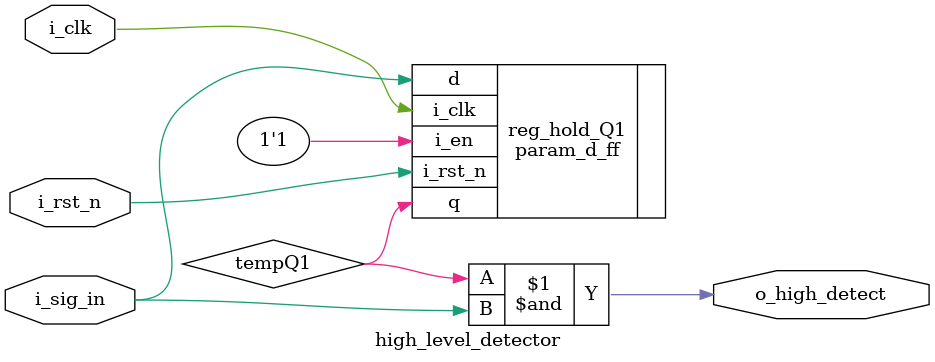
<source format=sv>
module high_level_detector(
  input  logic i_rst_n      ,   // Active-low reset
  input  logic i_clk        ,   // System clock
  input  logic i_sig_in     ,   // Input signal to detect rising edge on
  output logic o_high_detect    // Output: High on rising edge of i_sig_in
);
  // Internal signals for edge detection
  logic tempQ1     ;            // First stage: stores i_sig_in
  logic tempQ2     ;            // Second stage: delayed tempQ1
  logic rising_temp;            // Holds result of rising edge detection

  // First flip-flop: captures i_sig_in on i_clk
  param_d_ff # ( 
    .DATA_WIDTH(1),
    .SET_VALUE('0)  
  ) reg_hold_Q1 (
    .i_clk   (i_clk   ),
    .i_rst_n (i_rst_n ),
    .i_en    (1'b1    ),
    .d       (i_sig_in),
    .q       (tempQ1  )
  );

  // // Second flip-flop: delays tempQ1 to compare with Q1
  // param_d_ff # ( 
  //   .DATA_WIDTH(1)
  // ) reg_main_Q2 (
  //   .i_clk   (i_clk  ),
  //   .i_rst_n (i_rst_n),
  //   .i_en    (1'b1   ),
  //   .d       (tempQ1 ),
  //   .q       (tempQ2 )
  // );

  // Detect high level of i_sig_in: (Q1 high && Q2 high)
  assign o_high_detect = tempQ1 & i_sig_in;

endmodule : high_level_detector

</source>
